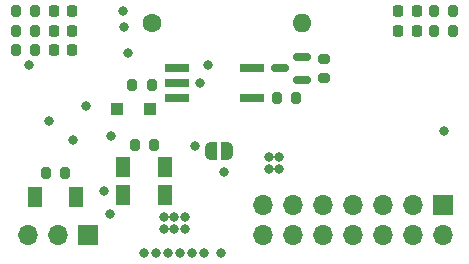
<source format=gbr>
%TF.GenerationSoftware,KiCad,Pcbnew,(6.0.9)*%
%TF.CreationDate,2022-11-10T15:00:12+05:30*%
%TF.ProjectId,Gate Driver TLP152,47617465-2044-4726-9976-657220544c50,rev?*%
%TF.SameCoordinates,Original*%
%TF.FileFunction,Soldermask,Top*%
%TF.FilePolarity,Negative*%
%FSLAX46Y46*%
G04 Gerber Fmt 4.6, Leading zero omitted, Abs format (unit mm)*
G04 Created by KiCad (PCBNEW (6.0.9)) date 2022-11-10 15:00:12*
%MOMM*%
%LPD*%
G01*
G04 APERTURE LIST*
G04 Aperture macros list*
%AMRoundRect*
0 Rectangle with rounded corners*
0 $1 Rounding radius*
0 $2 $3 $4 $5 $6 $7 $8 $9 X,Y pos of 4 corners*
0 Add a 4 corners polygon primitive as box body*
4,1,4,$2,$3,$4,$5,$6,$7,$8,$9,$2,$3,0*
0 Add four circle primitives for the rounded corners*
1,1,$1+$1,$2,$3*
1,1,$1+$1,$4,$5*
1,1,$1+$1,$6,$7*
1,1,$1+$1,$8,$9*
0 Add four rect primitives between the rounded corners*
20,1,$1+$1,$2,$3,$4,$5,0*
20,1,$1+$1,$4,$5,$6,$7,0*
20,1,$1+$1,$6,$7,$8,$9,0*
20,1,$1+$1,$8,$9,$2,$3,0*%
%AMFreePoly0*
4,1,22,0.500000,-0.750000,0.000000,-0.750000,0.000000,-0.745033,-0.079941,-0.743568,-0.215256,-0.701293,-0.333266,-0.622738,-0.424486,-0.514219,-0.481581,-0.384460,-0.499164,-0.250000,-0.500000,-0.250000,-0.500000,0.250000,-0.499164,0.250000,-0.499963,0.256109,-0.478152,0.396186,-0.417904,0.524511,-0.324060,0.630769,-0.204165,0.706417,-0.067858,0.745374,0.000000,0.744959,0.000000,0.750000,
0.500000,0.750000,0.500000,-0.750000,0.500000,-0.750000,$1*%
%AMFreePoly1*
4,1,20,0.000000,0.744959,0.073905,0.744508,0.209726,0.703889,0.328688,0.626782,0.421226,0.519385,0.479903,0.390333,0.500000,0.250000,0.500000,-0.250000,0.499851,-0.262216,0.476331,-0.402017,0.414519,-0.529596,0.319384,-0.634700,0.198574,-0.708877,0.061801,-0.746166,0.000000,-0.745033,0.000000,-0.750000,-0.500000,-0.750000,-0.500000,0.750000,0.000000,0.750000,0.000000,0.744959,
0.000000,0.744959,$1*%
G04 Aperture macros list end*
%ADD10RoundRect,0.200000X-0.200000X-0.275000X0.200000X-0.275000X0.200000X0.275000X-0.200000X0.275000X0*%
%ADD11C,1.600000*%
%ADD12O,1.600000X1.600000*%
%ADD13RoundRect,0.200000X0.200000X0.275000X-0.200000X0.275000X-0.200000X-0.275000X0.200000X-0.275000X0*%
%ADD14RoundRect,0.218750X-0.218750X-0.256250X0.218750X-0.256250X0.218750X0.256250X-0.218750X0.256250X0*%
%ADD15R,1.100000X1.100000*%
%ADD16R,2.000000X0.640000*%
%ADD17RoundRect,0.200000X0.275000X-0.200000X0.275000X0.200000X-0.275000X0.200000X-0.275000X-0.200000X0*%
%ADD18R,1.700000X1.700000*%
%ADD19O,1.700000X1.700000*%
%ADD20R,1.300000X1.700000*%
%ADD21FreePoly0,0.000000*%
%ADD22FreePoly1,0.000000*%
%ADD23RoundRect,0.150000X0.587500X0.150000X-0.587500X0.150000X-0.587500X-0.150000X0.587500X-0.150000X0*%
%ADD24C,0.800000*%
G04 APERTURE END LIST*
D10*
%TO.C,R5*%
X23559000Y-8763000D03*
X25209000Y-8763000D03*
%TD*%
D11*
%TO.C,R7*%
X12954000Y-2413000D03*
D12*
X25654000Y-2413000D03*
%TD*%
D13*
%TO.C,R4*%
X3111000Y-3048000D03*
X1461000Y-3048000D03*
%TD*%
D14*
%TO.C,D1*%
X33819500Y-1397000D03*
X35394500Y-1397000D03*
%TD*%
D10*
%TO.C,R6*%
X11519000Y-12700000D03*
X13169000Y-12700000D03*
%TD*%
D15*
%TO.C,D7*%
X12830000Y-9652000D03*
X10030000Y-9652000D03*
%TD*%
D16*
%TO.C,IC1*%
X21438000Y-8763000D03*
X21438000Y-6223000D03*
X15138000Y-6223000D03*
X15138000Y-7493000D03*
X15138000Y-8763000D03*
%TD*%
D17*
%TO.C,R19*%
X27559000Y-7048000D03*
X27559000Y-5398000D03*
%TD*%
D14*
%TO.C,D2*%
X33819500Y-3048000D03*
X35394500Y-3048000D03*
%TD*%
D18*
%TO.C,J1*%
X37605000Y-17805000D03*
D19*
X37605000Y-20345000D03*
X35065000Y-17805000D03*
X35065000Y-20345000D03*
X32525000Y-17805000D03*
X32525000Y-20345000D03*
X29985000Y-17805000D03*
X29985000Y-20345000D03*
X27445000Y-17805000D03*
X27445000Y-20345000D03*
X24905000Y-17805000D03*
X24905000Y-20345000D03*
X22365000Y-17805000D03*
X22365000Y-20345000D03*
%TD*%
D10*
%TO.C,R2*%
X36830000Y-3048000D03*
X38480000Y-3048000D03*
%TD*%
D20*
%TO.C,D9*%
X6576000Y-17145000D03*
X3076000Y-17145000D03*
%TD*%
D10*
%TO.C,R14*%
X4001000Y-15113000D03*
X5651000Y-15113000D03*
%TD*%
D14*
%TO.C,D3*%
X4673500Y-1397000D03*
X6248500Y-1397000D03*
%TD*%
%TO.C,D8*%
X4673500Y-4699000D03*
X6248500Y-4699000D03*
%TD*%
D21*
%TO.C,JP1*%
X18004000Y-13208000D03*
D22*
X19304000Y-13208000D03*
%TD*%
D18*
%TO.C,J2*%
X7592000Y-20320000D03*
D19*
X5052000Y-20320000D03*
X2512000Y-20320000D03*
%TD*%
D20*
%TO.C,D6*%
X10569000Y-14605000D03*
X14069000Y-14605000D03*
%TD*%
D13*
%TO.C,R3*%
X3111000Y-1397000D03*
X1461000Y-1397000D03*
%TD*%
%TO.C,R13*%
X12953000Y-7620000D03*
X11303000Y-7620000D03*
%TD*%
D10*
%TO.C,R1*%
X36830000Y-1397000D03*
X38480000Y-1397000D03*
%TD*%
D20*
%TO.C,D5*%
X10569000Y-16904000D03*
X14069000Y-16904000D03*
%TD*%
D14*
%TO.C,D4*%
X4673500Y-3048000D03*
X6248500Y-3048000D03*
%TD*%
D23*
%TO.C,Q1*%
X25702500Y-7173000D03*
X25702500Y-5273000D03*
X23827500Y-6223000D03*
%TD*%
D13*
%TO.C,R11*%
X3111000Y-4699000D03*
X1461000Y-4699000D03*
%TD*%
D24*
X10922000Y-4953000D03*
X2540000Y-5969000D03*
X22860000Y-13716000D03*
X23749000Y-13716000D03*
X18796000Y-21844000D03*
X22860000Y-14732000D03*
X23749000Y-14732000D03*
X19100800Y-14986000D03*
X7366000Y-9398000D03*
X8927500Y-16637000D03*
X9512302Y-11971500D03*
X37681500Y-11557000D03*
X10515600Y-1371600D03*
X10617200Y-2692400D03*
X16637000Y-12827000D03*
X17018000Y-7493000D03*
X4254000Y-10668000D03*
X9398000Y-18542000D03*
X6288002Y-12319000D03*
X15748000Y-18796000D03*
X14859000Y-19812000D03*
X17399000Y-21844000D03*
X17685318Y-5968101D03*
X14351000Y-21844000D03*
X15367000Y-21844000D03*
X13970000Y-19812000D03*
X13335000Y-21844000D03*
X15748000Y-19812000D03*
X16383000Y-21844000D03*
X13970000Y-18796000D03*
X14859000Y-18796000D03*
X12319000Y-21844000D03*
M02*

</source>
